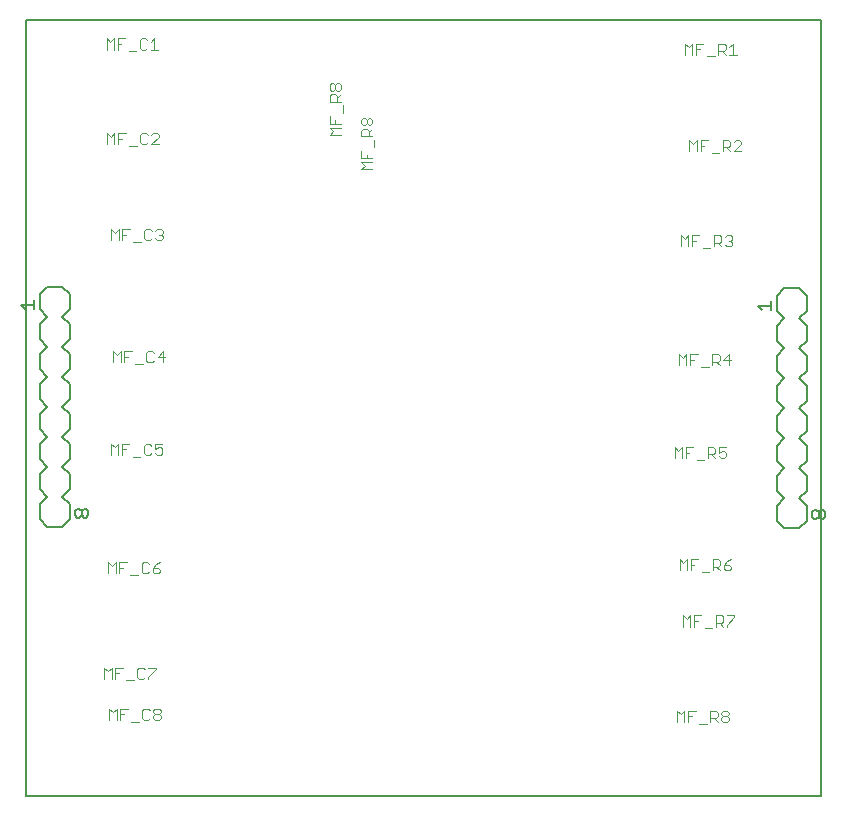
<source format=gto>
G75*
%MOIN*%
%OFA0B0*%
%FSLAX24Y24*%
%IPPOS*%
%LPD*%
%AMOC8*
5,1,8,0,0,1.08239X$1,22.5*
%
%ADD10C,0.0060*%
%ADD11C,0.0030*%
%ADD12C,0.0050*%
D10*
X000485Y002704D02*
X000485Y028543D01*
X026993Y028543D01*
X026993Y002704D01*
X000485Y002704D01*
X001200Y011661D02*
X000950Y011911D01*
X000950Y012411D01*
X001200Y012661D01*
X000950Y012911D01*
X000950Y013411D01*
X001200Y013661D01*
X000950Y013911D01*
X000950Y014411D01*
X001200Y014661D01*
X000950Y014911D01*
X000950Y015411D01*
X001200Y015661D01*
X000950Y015911D01*
X000950Y016411D01*
X001200Y016661D01*
X000950Y016911D01*
X000950Y017411D01*
X001200Y017661D01*
X000950Y017911D01*
X000950Y018411D01*
X001200Y018661D01*
X000950Y018911D01*
X000950Y019411D01*
X001200Y019661D01*
X001700Y019661D01*
X001950Y019411D01*
X001950Y018911D01*
X001700Y018661D01*
X001950Y018411D01*
X001950Y017911D01*
X001700Y017661D01*
X001950Y017411D01*
X001950Y016911D01*
X001700Y016661D01*
X001950Y016411D01*
X001950Y015911D01*
X001700Y015661D01*
X001950Y015411D01*
X001950Y014911D01*
X001700Y014661D01*
X001950Y014411D01*
X001950Y013911D01*
X001700Y013661D01*
X001950Y013411D01*
X001950Y012911D01*
X001700Y012661D01*
X001950Y012411D01*
X001950Y011911D01*
X001700Y011661D01*
X001200Y011661D01*
X025513Y011868D02*
X025763Y011618D01*
X026263Y011618D01*
X026513Y011868D01*
X026513Y012368D01*
X026263Y012618D01*
X026513Y012868D01*
X026513Y013368D01*
X026263Y013618D01*
X026513Y013868D01*
X026513Y014368D01*
X026263Y014618D01*
X026513Y014868D01*
X026513Y015368D01*
X026263Y015618D01*
X026513Y015868D01*
X026513Y016368D01*
X026263Y016618D01*
X026513Y016868D01*
X026513Y017368D01*
X026263Y017618D01*
X026513Y017868D01*
X026513Y018368D01*
X026263Y018618D01*
X026513Y018868D01*
X026513Y019368D01*
X026263Y019618D01*
X025763Y019618D01*
X025513Y019368D01*
X025513Y018868D01*
X025763Y018618D01*
X025513Y018368D01*
X025513Y017868D01*
X025763Y017618D01*
X025513Y017368D01*
X025513Y016868D01*
X025763Y016618D01*
X025513Y016368D01*
X025513Y015868D01*
X025763Y015618D01*
X025513Y015368D01*
X025513Y014868D01*
X025763Y014618D01*
X025513Y014368D01*
X025513Y013868D01*
X025763Y013618D01*
X025513Y013368D01*
X025513Y012868D01*
X025763Y012618D01*
X025513Y012368D01*
X025513Y011868D01*
D11*
X024000Y010582D02*
X023877Y010520D01*
X023753Y010397D01*
X023938Y010397D01*
X024000Y010335D01*
X024000Y010273D01*
X023938Y010211D01*
X023815Y010211D01*
X023753Y010273D01*
X023753Y010397D01*
X023632Y010397D02*
X023570Y010335D01*
X023385Y010335D01*
X023508Y010335D02*
X023632Y010211D01*
X023632Y010397D02*
X023632Y010520D01*
X023570Y010582D01*
X023385Y010582D01*
X023385Y010211D01*
X023263Y010150D02*
X023017Y010150D01*
X022772Y010397D02*
X022648Y010397D01*
X022648Y010582D02*
X022895Y010582D01*
X022648Y010582D02*
X022648Y010211D01*
X022527Y010211D02*
X022527Y010582D01*
X022403Y010458D01*
X022280Y010582D01*
X022280Y010211D01*
X022390Y008712D02*
X022514Y008588D01*
X022637Y008712D01*
X022637Y008341D01*
X022759Y008341D02*
X022759Y008712D01*
X023005Y008712D01*
X022882Y008527D02*
X022759Y008527D01*
X022390Y008712D02*
X022390Y008341D01*
X023127Y008280D02*
X023374Y008280D01*
X023495Y008341D02*
X023495Y008712D01*
X023680Y008712D01*
X023742Y008650D01*
X023742Y008527D01*
X023680Y008465D01*
X023495Y008465D01*
X023619Y008465D02*
X023742Y008341D01*
X023863Y008341D02*
X023863Y008403D01*
X024110Y008650D01*
X024110Y008712D01*
X023863Y008712D01*
X023856Y005535D02*
X023917Y005473D01*
X023917Y005411D01*
X023856Y005349D01*
X023732Y005349D01*
X023671Y005411D01*
X023671Y005473D01*
X023732Y005535D01*
X023856Y005535D01*
X023856Y005349D02*
X023917Y005288D01*
X023917Y005226D01*
X023856Y005164D01*
X023732Y005164D01*
X023671Y005226D01*
X023671Y005288D01*
X023732Y005349D01*
X023549Y005349D02*
X023487Y005288D01*
X023302Y005288D01*
X023426Y005288D02*
X023549Y005164D01*
X023549Y005349D02*
X023549Y005473D01*
X023487Y005535D01*
X023302Y005535D01*
X023302Y005164D01*
X023181Y005102D02*
X022934Y005102D01*
X022689Y005349D02*
X022566Y005349D01*
X022566Y005164D02*
X022566Y005535D01*
X022812Y005535D01*
X022444Y005535D02*
X022444Y005164D01*
X022197Y005164D02*
X022197Y005535D01*
X022321Y005411D01*
X022444Y005535D01*
X022851Y013894D02*
X023098Y013894D01*
X023220Y013956D02*
X023220Y014326D01*
X023405Y014326D01*
X023466Y014264D01*
X023466Y014141D01*
X023405Y014079D01*
X023220Y014079D01*
X023343Y014079D02*
X023466Y013956D01*
X023588Y014017D02*
X023650Y013956D01*
X023773Y013956D01*
X023835Y014017D01*
X023835Y014141D01*
X023773Y014202D01*
X023711Y014202D01*
X023588Y014141D01*
X023588Y014326D01*
X023835Y014326D01*
X022730Y014326D02*
X022483Y014326D01*
X022483Y013956D01*
X022361Y013956D02*
X022361Y014326D01*
X022238Y014202D01*
X022115Y014326D01*
X022115Y013956D01*
X022483Y014141D02*
X022606Y014141D01*
X023001Y016984D02*
X023248Y016984D01*
X023369Y017046D02*
X023369Y017416D01*
X023554Y017416D01*
X023616Y017355D01*
X023616Y017231D01*
X023554Y017170D01*
X023369Y017170D01*
X023493Y017170D02*
X023616Y017046D01*
X023737Y017231D02*
X023923Y017416D01*
X023923Y017046D01*
X023984Y017231D02*
X023737Y017231D01*
X022879Y017416D02*
X022633Y017416D01*
X022633Y017046D01*
X022511Y017046D02*
X022511Y017416D01*
X022388Y017293D01*
X022264Y017416D01*
X022264Y017046D01*
X022633Y017231D02*
X022756Y017231D01*
X023060Y020953D02*
X023307Y020953D01*
X023428Y021015D02*
X023428Y021385D01*
X023613Y021385D01*
X023675Y021323D01*
X023675Y021200D01*
X023613Y021138D01*
X023428Y021138D01*
X023552Y021138D02*
X023675Y021015D01*
X023797Y021076D02*
X023858Y021015D01*
X023982Y021015D01*
X024043Y021076D01*
X024043Y021138D01*
X023982Y021200D01*
X023920Y021200D01*
X023982Y021200D02*
X024043Y021261D01*
X024043Y021323D01*
X023982Y021385D01*
X023858Y021385D01*
X023797Y021323D01*
X022938Y021385D02*
X022692Y021385D01*
X022692Y021015D01*
X022570Y021015D02*
X022570Y021385D01*
X022447Y021261D01*
X022323Y021385D01*
X022323Y021015D01*
X022692Y021200D02*
X022815Y021200D01*
X023347Y024126D02*
X023594Y024126D01*
X023716Y024188D02*
X023716Y024558D01*
X023901Y024558D01*
X023962Y024496D01*
X023962Y024373D01*
X023901Y024311D01*
X023716Y024311D01*
X023839Y024311D02*
X023962Y024188D01*
X024084Y024188D02*
X024331Y024435D01*
X024331Y024496D01*
X024269Y024558D01*
X024146Y024558D01*
X024084Y024496D01*
X024084Y024188D02*
X024331Y024188D01*
X023226Y024558D02*
X022979Y024558D01*
X022979Y024188D01*
X022858Y024188D02*
X022858Y024558D01*
X022734Y024435D01*
X022611Y024558D01*
X022611Y024188D01*
X022979Y024373D02*
X023102Y024373D01*
X023198Y027343D02*
X023445Y027343D01*
X023566Y027404D02*
X023566Y027775D01*
X023751Y027775D01*
X023813Y027713D01*
X023813Y027590D01*
X023751Y027528D01*
X023566Y027528D01*
X023689Y027528D02*
X023813Y027404D01*
X023934Y027404D02*
X024181Y027404D01*
X024058Y027404D02*
X024058Y027775D01*
X023934Y027651D01*
X023076Y027775D02*
X022829Y027775D01*
X022829Y027404D01*
X022708Y027404D02*
X022708Y027775D01*
X022585Y027651D01*
X022461Y027775D01*
X022461Y027404D01*
X022829Y027590D02*
X022953Y027590D01*
X012036Y025241D02*
X012036Y025117D01*
X011974Y025056D01*
X011912Y025056D01*
X011851Y025117D01*
X011851Y025241D01*
X011912Y025303D01*
X011974Y025303D01*
X012036Y025241D01*
X011851Y025241D02*
X011789Y025303D01*
X011727Y025303D01*
X011665Y025241D01*
X011665Y025117D01*
X011727Y025056D01*
X011789Y025056D01*
X011851Y025117D01*
X011851Y024934D02*
X011912Y024873D01*
X011912Y024687D01*
X012036Y024687D02*
X011665Y024687D01*
X011665Y024873D01*
X011727Y024934D01*
X011851Y024934D01*
X011912Y024811D02*
X012036Y024934D01*
X012098Y024566D02*
X012098Y024319D01*
X011851Y024074D02*
X011851Y023951D01*
X012036Y023951D02*
X011665Y023951D01*
X011665Y024198D01*
X011665Y023829D02*
X012036Y023829D01*
X012036Y023582D02*
X011665Y023582D01*
X011789Y023706D01*
X011665Y023829D01*
X010985Y024728D02*
X010614Y024728D01*
X010738Y024852D01*
X010614Y024975D01*
X010985Y024975D01*
X010985Y025096D02*
X010614Y025096D01*
X010614Y025343D01*
X010799Y025220D02*
X010799Y025096D01*
X011046Y025465D02*
X011046Y025712D01*
X010985Y025833D02*
X010614Y025833D01*
X010614Y026018D01*
X010676Y026080D01*
X010799Y026080D01*
X010861Y026018D01*
X010861Y025833D01*
X010861Y025957D02*
X010985Y026080D01*
X010923Y026201D02*
X010861Y026201D01*
X010799Y026263D01*
X010799Y026387D01*
X010861Y026448D01*
X010923Y026448D01*
X010985Y026387D01*
X010985Y026263D01*
X010923Y026201D01*
X010799Y026263D02*
X010738Y026201D01*
X010676Y026201D01*
X010614Y026263D01*
X010614Y026387D01*
X010676Y026448D01*
X010738Y026448D01*
X010799Y026387D01*
X004902Y027574D02*
X004655Y027574D01*
X004778Y027574D02*
X004778Y027944D01*
X004655Y027821D01*
X004533Y027882D02*
X004472Y027944D01*
X004348Y027944D01*
X004286Y027882D01*
X004286Y027635D01*
X004348Y027574D01*
X004472Y027574D01*
X004533Y027635D01*
X004165Y027512D02*
X003918Y027512D01*
X003673Y027759D02*
X003550Y027759D01*
X003550Y027944D02*
X003797Y027944D01*
X003550Y027944D02*
X003550Y027574D01*
X003428Y027574D02*
X003428Y027944D01*
X003305Y027821D01*
X003182Y027944D01*
X003182Y027574D01*
X003197Y024794D02*
X003321Y024671D01*
X003444Y024794D01*
X003444Y024424D01*
X003566Y024424D02*
X003566Y024794D01*
X003812Y024794D01*
X003689Y024609D02*
X003566Y024609D01*
X003197Y024424D02*
X003197Y024794D01*
X003934Y024362D02*
X004181Y024362D01*
X004302Y024486D02*
X004302Y024733D01*
X004364Y024794D01*
X004487Y024794D01*
X004549Y024733D01*
X004671Y024733D02*
X004732Y024794D01*
X004856Y024794D01*
X004917Y024733D01*
X004917Y024671D01*
X004671Y024424D01*
X004917Y024424D01*
X004549Y024486D02*
X004487Y024424D01*
X004364Y024424D01*
X004302Y024486D01*
X004502Y021594D02*
X004440Y021532D01*
X004440Y021285D01*
X004502Y021223D01*
X004625Y021223D01*
X004687Y021285D01*
X004808Y021285D02*
X004870Y021223D01*
X004993Y021223D01*
X005055Y021285D01*
X005055Y021347D01*
X004993Y021408D01*
X004932Y021408D01*
X004993Y021408D02*
X005055Y021470D01*
X005055Y021532D01*
X004993Y021594D01*
X004870Y021594D01*
X004808Y021532D01*
X004687Y021532D02*
X004625Y021594D01*
X004502Y021594D01*
X004319Y021162D02*
X004072Y021162D01*
X003827Y021408D02*
X003703Y021408D01*
X003703Y021223D02*
X003703Y021594D01*
X003950Y021594D01*
X003582Y021594D02*
X003582Y021223D01*
X003335Y021223D02*
X003335Y021594D01*
X003459Y021470D01*
X003582Y021594D01*
X003653Y017515D02*
X003529Y017391D01*
X003406Y017515D01*
X003406Y017145D01*
X003653Y017145D02*
X003653Y017515D01*
X003774Y017515D02*
X004021Y017515D01*
X003898Y017330D02*
X003774Y017330D01*
X003774Y017145D02*
X003774Y017515D01*
X004143Y017083D02*
X004389Y017083D01*
X004511Y017206D02*
X004511Y017453D01*
X004573Y017515D01*
X004696Y017515D01*
X004758Y017453D01*
X004879Y017330D02*
X005126Y017330D01*
X005064Y017145D02*
X005064Y017515D01*
X004879Y017330D01*
X004758Y017206D02*
X004696Y017145D01*
X004573Y017145D01*
X004511Y017206D01*
X004490Y014436D02*
X004428Y014374D01*
X004428Y014128D01*
X004490Y014066D01*
X004613Y014066D01*
X004675Y014128D01*
X004797Y014128D02*
X004858Y014066D01*
X004982Y014066D01*
X005043Y014128D01*
X005043Y014251D01*
X004982Y014313D01*
X004920Y014313D01*
X004797Y014251D01*
X004797Y014436D01*
X005043Y014436D01*
X004675Y014374D02*
X004613Y014436D01*
X004490Y014436D01*
X003938Y014436D02*
X003692Y014436D01*
X003692Y014066D01*
X003570Y014066D02*
X003570Y014436D01*
X003447Y014313D01*
X003323Y014436D01*
X003323Y014066D01*
X003692Y014251D02*
X003815Y014251D01*
X004060Y014004D02*
X004307Y014004D01*
X004407Y010483D02*
X004346Y010422D01*
X004346Y010175D01*
X004407Y010113D01*
X004531Y010113D01*
X004592Y010175D01*
X004714Y010175D02*
X004776Y010113D01*
X004899Y010113D01*
X004961Y010175D01*
X004961Y010236D01*
X004899Y010298D01*
X004714Y010298D01*
X004714Y010175D01*
X004714Y010298D02*
X004837Y010422D01*
X004961Y010483D01*
X004592Y010422D02*
X004531Y010483D01*
X004407Y010483D01*
X004224Y010051D02*
X003977Y010051D01*
X003732Y010298D02*
X003609Y010298D01*
X003609Y010113D02*
X003609Y010483D01*
X003856Y010483D01*
X003487Y010483D02*
X003487Y010113D01*
X003241Y010113D02*
X003241Y010483D01*
X003364Y010360D01*
X003487Y010483D01*
X003467Y006975D02*
X003714Y006975D01*
X003591Y006790D02*
X003467Y006790D01*
X003467Y006605D02*
X003467Y006975D01*
X003346Y006975D02*
X003346Y006605D01*
X003099Y006605D02*
X003099Y006975D01*
X003222Y006852D01*
X003346Y006975D01*
X003835Y006543D02*
X004082Y006543D01*
X004204Y006667D02*
X004266Y006605D01*
X004389Y006605D01*
X004451Y006667D01*
X004572Y006667D02*
X004572Y006605D01*
X004572Y006667D02*
X004819Y006914D01*
X004819Y006975D01*
X004572Y006975D01*
X004451Y006914D02*
X004389Y006975D01*
X004266Y006975D01*
X004204Y006914D01*
X004204Y006667D01*
X004435Y005605D02*
X004373Y005544D01*
X004373Y005297D01*
X004435Y005235D01*
X004558Y005235D01*
X004620Y005297D01*
X004741Y005297D02*
X004741Y005359D01*
X004803Y005420D01*
X004927Y005420D01*
X004988Y005359D01*
X004988Y005297D01*
X004927Y005235D01*
X004803Y005235D01*
X004741Y005297D01*
X004803Y005420D02*
X004741Y005482D01*
X004741Y005544D01*
X004803Y005605D01*
X004927Y005605D01*
X004988Y005544D01*
X004988Y005482D01*
X004927Y005420D01*
X004620Y005544D02*
X004558Y005605D01*
X004435Y005605D01*
X004252Y005173D02*
X004005Y005173D01*
X003760Y005420D02*
X003636Y005420D01*
X003636Y005235D02*
X003636Y005605D01*
X003883Y005605D01*
X003515Y005605D02*
X003515Y005235D01*
X003268Y005235D02*
X003268Y005605D01*
X003392Y005482D01*
X003515Y005605D01*
D12*
X002500Y011976D02*
X002425Y011976D01*
X002350Y012051D01*
X002350Y012201D01*
X002425Y012276D01*
X002500Y012276D01*
X002575Y012201D01*
X002575Y012051D01*
X002500Y011976D01*
X002350Y012051D02*
X002275Y011976D01*
X002200Y011976D01*
X002125Y012051D01*
X002125Y012201D01*
X002200Y012276D01*
X002275Y012276D01*
X002350Y012201D01*
X000775Y018926D02*
X000775Y019226D01*
X000775Y019076D02*
X000325Y019076D01*
X000475Y018926D01*
X024888Y019032D02*
X025038Y018882D01*
X024888Y019032D02*
X025338Y019032D01*
X025338Y018882D02*
X025338Y019183D01*
X026763Y012233D02*
X026838Y012233D01*
X026913Y012158D01*
X026913Y012007D01*
X026838Y011932D01*
X026763Y011932D01*
X026688Y012007D01*
X026688Y012158D01*
X026763Y012233D01*
X026913Y012158D02*
X026988Y012233D01*
X027063Y012233D01*
X027138Y012158D01*
X027138Y012007D01*
X027063Y011932D01*
X026988Y011932D01*
X026913Y012007D01*
M02*

</source>
